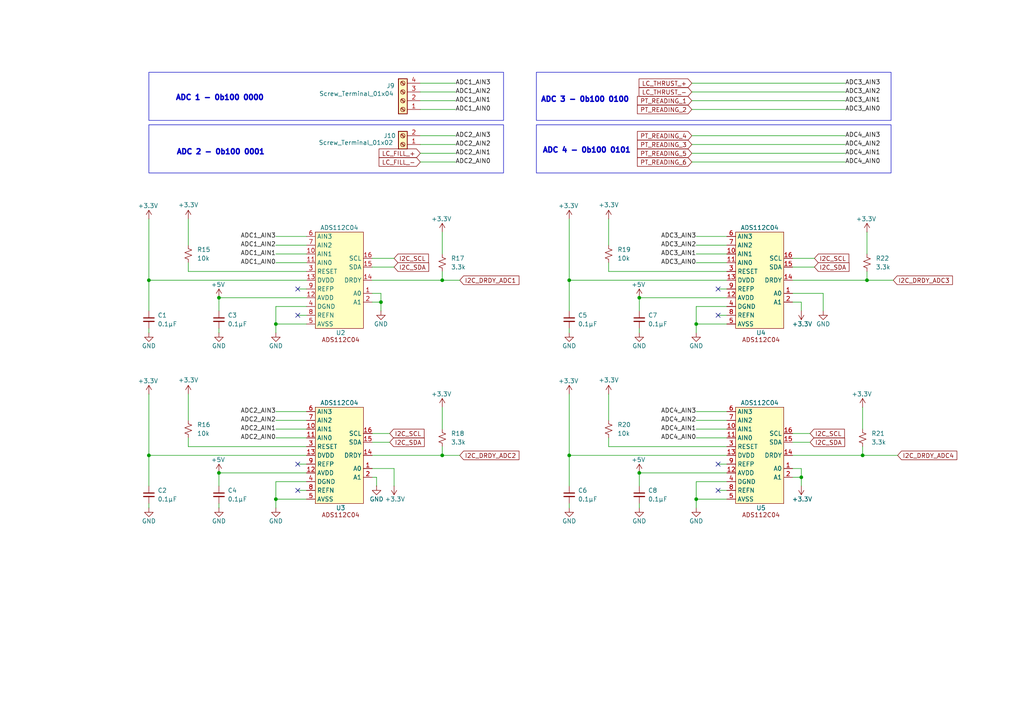
<source format=kicad_sch>
(kicad_sch (version 20250114) (generator "eeschema") (generator_version "9.0")
  (paper "A4")
  (title_block (rev "0.1.0") (company "Queen's Rocket Engineering Team"))
  (lib_symbols
    (symbol "ADS112C04_1"
      (property "Reference" "U" (at -0.762 -12.7 0))
      (symbol "ADS112C04_1_1_1"
        (rectangle (start -7.62 16.51) (end 6.35 -11.43) (fill (type background)))
        (text "ADS112C04" (at -0.254 -14.732 0) (effects (font (size 1.27 1.27))))
        (pin input line (at -10.16 15.24 0) (length 2.54) (name "AIN3") (number "6"))
        (pin input line (at -10.16 12.7 0) (length 2.54) (name "AIN2") (number "7"))
        (pin input line (at -10.16 10.16 0) (length 2.54) (name "AIN1") (number "10"))
        (pin input line (at -10.16 7.62 0) (length 2.54) (name "AIN0") (number "11"))
        (pin input line (at -10.16 5.08 0) (length 2.54) (name "RESET") (number "3"))
        (pin power_in line (at -10.16 2.54 0) (length 2.54) (name "DVDD") (number "13"))
        (pin input line (at -10.16 0 0) (length 2.54) (name "REFP") (number "9"))
        (pin power_in line (at -10.16 -2.54 0) (length 2.54) (name "AVDD") (number "12"))
        (pin power_in line (at -10.16 -5.08 0) (length 2.54) (name "DGND") (number "4"))
        (pin input line (at -10.16 -7.62 0) (length 2.54) (name "REFN") (number "8"))
        (pin power_in line (at -10.16 -10.16 0) (length 2.54) (name "AVSS") (number "5"))
        (pin input line (at 8.89 8.89 180) (length 2.54) (name "SCL") (number "16"))
        (pin bidirectional line (at 8.89 6.35 180) (length 2.54) (name "SDA") (number "15"))
        (pin output line (at 8.89 2.54 180) (length 2.54) (name "DRDY") (number "14"))
        (pin input line (at 8.89 -1.27 180) (length 2.54) (name "A0") (number "1"))
        (pin input line (at 8.89 -3.81 180) (length 2.54) (name "A1") (number "2"))
      )
    )
    (symbol "Connector:Screw_Terminal_01x02" (pin_names (offset 1.016) (hide yes))
      (property "Reference" "J" (at 0 2.54 0))
      (property "Value" "Screw_Terminal_01x02" (at 0 -5.08 0))
      (symbol "Screw_Terminal_01x02_1_1"
        (rectangle (start -1.27 1.27) (end 1.27 -3.81) (stroke (width 0.254)) (fill (type background)))
        (polyline (pts (xy -0.5334 0.3302) (xy 0.3302 -0.508)) (stroke (width 0.1524)))
        (polyline (pts (xy -0.5334 -2.2098) (xy 0.3302 -3.048)) (stroke (width 0.1524)))
        (polyline (pts (xy -0.3556 0.508) (xy 0.508 -0.3302)) (stroke (width 0.1524)))
        (polyline (pts (xy -0.3556 -2.032) (xy 0.508 -2.8702)) (stroke (width 0.1524)))
        (circle (center 0 0) (radius 0.635) (stroke (width 0.1524)))
        (circle (center 0 -2.54) (radius 0.635) (stroke (width 0.1524)))
        (pin passive line (at -5.08 0 0) (length 3.81) (name "Pin_1") (number "1"))
        (pin passive line (at -5.08 -2.54 0) (length 3.81) (name "Pin_2") (number "2"))
      )
    )
    (symbol "Connector:Screw_Terminal_01x04" (pin_names (offset 1.016) (hide yes))
      (property "Reference" "J" (at 0 5.08 0))
      (property "Value" "Screw_Terminal_01x04" (at 0 -7.62 0))
      (symbol "Screw_Terminal_01x04_1_1"
        (rectangle (start -1.27 3.81) (end 1.27 -6.35) (stroke (width 0.254)) (fill (type background)))
        (polyline (pts (xy -0.5334 2.8702) (xy 0.3302 2.032)) (stroke (width 0.1524)))
        (polyline (pts (xy -0.5334 0.3302) (xy 0.3302 -0.508)) (stroke (width 0.1524)))
        (polyline (pts (xy -0.5334 -2.2098) (xy 0.3302 -3.048)) (stroke (width 0.1524)))
        (polyline (pts (xy -0.5334 -4.7498) (xy 0.3302 -5.588)) (stroke (width 0.1524)))
        (polyline (pts (xy -0.3556 3.048) (xy 0.508 2.2098)) (stroke (width 0.1524)))
        (polyline (pts (xy -0.3556 0.508) (xy 0.508 -0.3302)) (stroke (width 0.1524)))
        (polyline (pts (xy -0.3556 -2.032) (xy 0.508 -2.8702)) (stroke (width 0.1524)))
        (polyline (pts (xy -0.3556 -4.572) (xy 0.508 -5.4102)) (stroke (width 0.1524)))
        (circle (center 0 2.54) (radius 0.635) (stroke (width 0.1524)))
        (circle (center 0 0) (radius 0.635) (stroke (width 0.1524)))
        (circle (center 0 -2.54) (radius 0.635) (stroke (width 0.1524)))
        (circle (center 0 -5.08) (radius 0.635) (stroke (width 0.1524)))
        (pin passive line (at -5.08 2.54 0) (length 3.81) (name "Pin_1") (number "1"))
        (pin passive line (at -5.08 0 0) (length 3.81) (name "Pin_2") (number "2"))
        (pin passive line (at -5.08 -2.54 0) (length 3.81) (name "Pin_3") (number "3"))
        (pin passive line (at -5.08 -5.08 0) (length 3.81) (name "Pin_4") (number "4"))
      )
    )
    (symbol "Device:C_Small" (pin_numbers (hide yes)) (pin_names (offset 0.254) (hide yes))
      (property "Reference" "C" (at 0.254 1.778 0))
      (property "Value" "C_Small" (at 0.254 -2.032 0))
      (symbol "C_Small_0_1"
        (polyline (pts (xy -1.524 0.508) (xy 1.524 0.508)) (stroke (width 0.3048)))
        (polyline (pts (xy -1.524 -0.508) (xy 1.524 -0.508)) (stroke (width 0.3302)))
      )
      (symbol "C_Small_1_1"
        (pin passive line (at 0 2.54 270) (length 2.032) (name "~") (number "1"))
        (pin passive line (at 0 -2.54 90) (length 2.032) (name "~") (number "2"))
      )
    )
    (symbol "Device:R_Small_US" (pin_numbers (hide yes)) (pin_names (offset 0.254) (hide yes))
      (property "Reference" "R" (at 0.762 0.508 0))
      (property "Value" "R_Small_US" (at 0.762 -1.016 0))
      (symbol "R_Small_US_1_1"
        (polyline (pts (xy 0 1.524) (xy 1.016 1.143) (xy 0 0.762) (xy -1.016 0.381) (xy 0 0)))
        (polyline (pts (xy 0 0) (xy 1.016 -0.381) (xy 0 -0.762) (xy -1.016 -1.143) (xy 0 -1.524)))
        (pin passive line (at 0 2.54 270) (length 1.016) (name "~") (number "1"))
        (pin passive line (at 0 -2.54 90) (length 1.016) (name "~") (number "2"))
      )
    )
    (symbol "power:+3.3V" (power) (pin_numbers (hide yes)) (pin_names (offset 0) (hide yes))
      (property "Value" "+3.3V" (at 0 3.556 0))
      (symbol "+3.3V_0_1"
        (polyline (pts (xy -0.762 1.27) (xy 0 2.54)))
        (polyline (pts (xy 0 2.54) (xy 0.762 1.27)))
        (polyline (pts (xy 0 0) (xy 0 2.54)))
      )
      (symbol "+3.3V_1_1"
        (pin power_in line (at 0 0 90) (length 0) (name "~") (number "1"))
      )
    )
    (symbol "power:GND" (power) (pin_numbers (hide yes)) (pin_names (offset 0) (hide yes))
      (property "Value" "GND" (at 0 -3.81 0))
      (symbol "GND_0_1"
        (polyline (pts (xy 0 0) (xy 0 -1.27) (xy 1.27 -1.27) (xy 0 -2.54) (xy -1.27 -1.27) (xy 0 -1.27)))
      )
      (symbol "GND_1_1"
        (pin power_in line (at 0 0 270) (length 0) (name "~") (number "1"))
      )
    )
  )
  (rectangle (start 43.18 36.195) (end 146.05 50.165))
  (rectangle (start 155.575 36.195) (end 258.445 50.165))
  (rectangle (start 155.575 20.955) (end 258.445 34.925))
  (rectangle (start 43.18 20.955) (end 146.05 34.925))
  (text "ADC 1 - 0b100 0000" (at 63.754 28.448 0) (effects (font (size 1.524 1.524) (thickness 0.4064) (bold yes))))
  (text "ADC 4 - 0b100 0101" (at 170.18 43.688 0) (effects (font (size 1.524 1.524) (thickness 0.4064) (bold yes))))
  (text "ADC 2 - 0b100 0001" (at 64.008 44.196 0) (effects (font (size 1.524 1.524) (thickness 0.4064) (bold yes))))
  (text "ADC 3 - 0b100 0100" (at 169.672 28.956 0) (effects (font (size 1.524 1.524) (thickness 0.4064) (bold yes))))
  (junction (at 110.49 87.63))
  (junction (at 232.41 138.43))
  (junction (at 185.42 137.16))
  (junction (at 165.1 81.28))
  (junction (at 43.18 81.28))
  (junction (at 80.01 144.78))
  (junction (at 201.93 144.78))
  (junction (at 128.27 81.28))
  (junction (at 251.46 81.28))
  (junction (at 43.18 132.08))
  (junction (at 185.42 86.36))
  (junction (at 250.19 132.08))
  (junction (at 63.5 137.16))
  (junction (at 80.01 93.98))
  (junction (at 165.1 132.08))
  (junction (at 128.27 132.08))
  (junction (at 201.93 93.98))
  (junction (at 63.5 86.36))
  (no_connect (at 208.28 91.44))
  (no_connect (at 208.28 83.82))
  (no_connect (at 208.28 142.24))
  (no_connect (at 86.36 142.24))
  (no_connect (at 208.28 134.62))
  (no_connect (at 86.36 134.62))
  (no_connect (at 86.36 91.44))
  (no_connect (at 86.36 83.82))
  (wire (pts (xy 229.87 135.89) (xy 232.41 135.89)))
  (wire (pts (xy 200.66 24.13) (xy 245.11 24.13)))
  (wire (pts (xy 165.1 63.5) (xy 165.1 81.28)))
  (wire (pts (xy 63.5 146.05) (xy 63.5 147.32)))
  (wire (pts (xy 132.08 39.37) (xy 121.92 39.37)))
  (wire (pts (xy 128.27 118.11) (xy 128.27 124.46)))
  (wire (pts (xy 201.93 139.7) (xy 201.93 144.78)))
  (wire (pts (xy 201.93 73.66) (xy 210.82 73.66)))
  (wire (pts (xy 54.61 129.54) (xy 88.9 129.54)))
  (wire (pts (xy 208.28 83.82) (xy 210.82 83.82)))
  (wire (pts (xy 132.08 41.91) (xy 121.92 41.91)))
  (wire (pts (xy 109.22 138.43) (xy 109.22 140.97)))
  (wire (pts (xy 165.1 132.08) (xy 210.82 132.08)))
  (wire (pts (xy 43.18 63.5) (xy 43.18 81.28)))
  (wire (pts (xy 229.87 87.63) (xy 232.41 87.63)))
  (wire (pts (xy 250.19 118.11) (xy 250.19 124.46)))
  (wire (pts (xy 107.95 77.47) (xy 114.3 77.47)))
  (wire (pts (xy 63.5 86.36) (xy 88.9 86.36)))
  (wire (pts (xy 80.01 73.66) (xy 88.9 73.66)))
  (wire (pts (xy 176.53 129.54) (xy 210.82 129.54)))
  (wire (pts (xy 200.66 39.37) (xy 245.11 39.37)))
  (wire (pts (xy 107.95 135.89) (xy 114.3 135.89)))
  (wire (pts (xy 54.61 63.5) (xy 54.61 71.12)))
  (wire (pts (xy 63.5 86.36) (xy 63.5 90.17)))
  (wire (pts (xy 250.19 132.08) (xy 229.87 132.08)))
  (wire (pts (xy 128.27 67.31) (xy 128.27 73.66)))
  (wire (pts (xy 176.53 78.74) (xy 210.82 78.74)))
  (wire (pts (xy 80.01 121.92) (xy 88.9 121.92)))
  (wire (pts (xy 165.1 81.28) (xy 165.1 90.17)))
  (wire (pts (xy 43.18 132.08) (xy 43.18 140.97)))
  (wire (pts (xy 176.53 78.74) (xy 176.53 76.2)))
  (wire (pts (xy 185.42 86.36) (xy 210.82 86.36)))
  (wire (pts (xy 201.93 71.12) (xy 210.82 71.12)))
  (wire (pts (xy 250.19 132.08) (xy 260.35 132.08)))
  (wire (pts (xy 200.66 44.45) (xy 245.11 44.45)))
  (wire (pts (xy 208.28 134.62) (xy 210.82 134.62)))
  (wire (pts (xy 238.76 85.09) (xy 238.76 90.17)))
  (wire (pts (xy 185.42 146.05) (xy 185.42 147.32)))
  (wire (pts (xy 185.42 86.36) (xy 185.42 90.17)))
  (wire (pts (xy 88.9 144.78) (xy 80.01 144.78)))
  (wire (pts (xy 128.27 129.54) (xy 128.27 132.08)))
  (wire (pts (xy 54.61 114.3) (xy 54.61 121.92)))
  (wire (pts (xy 200.66 46.99) (xy 245.11 46.99)))
  (wire (pts (xy 80.01 124.46) (xy 88.9 124.46)))
  (wire (pts (xy 43.18 95.25) (xy 43.18 96.52)))
  (wire (pts (xy 43.18 114.3) (xy 43.18 132.08)))
  (wire (pts (xy 201.93 124.46) (xy 210.82 124.46)))
  (wire (pts (xy 63.5 137.16) (xy 88.9 137.16)))
  (wire (pts (xy 201.93 119.38) (xy 210.82 119.38)))
  (wire (pts (xy 43.18 81.28) (xy 88.9 81.28)))
  (wire (pts (xy 232.41 87.63) (xy 232.41 90.17)))
  (wire (pts (xy 80.01 144.78) (xy 80.01 147.32)))
  (wire (pts (xy 201.93 68.58) (xy 210.82 68.58)))
  (wire (pts (xy 113.03 128.27) (xy 107.95 128.27)))
  (wire (pts (xy 107.95 81.28) (xy 128.27 81.28)))
  (wire (pts (xy 250.19 129.54) (xy 250.19 132.08)))
  (wire (pts (xy 107.95 125.73) (xy 113.03 125.73)))
  (wire (pts (xy 132.08 29.21) (xy 121.92 29.21)))
  (wire (pts (xy 201.93 88.9) (xy 201.93 93.98)))
  (wire (pts (xy 128.27 132.08) (xy 133.35 132.08)))
  (wire (pts (xy 107.95 85.09) (xy 110.49 85.09)))
  (wire (pts (xy 165.1 132.08) (xy 165.1 140.97)))
  (wire (pts (xy 229.87 138.43) (xy 232.41 138.43)))
  (wire (pts (xy 88.9 88.9) (xy 80.01 88.9)))
  (wire (pts (xy 86.36 134.62) (xy 88.9 134.62)))
  (wire (pts (xy 132.08 24.13) (xy 121.92 24.13)))
  (wire (pts (xy 201.93 93.98) (xy 201.93 96.52)))
  (wire (pts (xy 80.01 127) (xy 88.9 127)))
  (wire (pts (xy 132.08 44.45) (xy 121.92 44.45)))
  (wire (pts (xy 80.01 88.9) (xy 80.01 93.98)))
  (wire (pts (xy 201.93 144.78) (xy 201.93 147.32)))
  (wire (pts (xy 54.61 129.54) (xy 54.61 127)))
  (wire (pts (xy 132.08 46.99) (xy 121.92 46.99)))
  (wire (pts (xy 200.66 41.91) (xy 245.11 41.91)))
  (wire (pts (xy 200.66 29.21) (xy 245.11 29.21)))
  (wire (pts (xy 132.08 31.75) (xy 121.92 31.75)))
  (wire (pts (xy 210.82 139.7) (xy 201.93 139.7)))
  (wire (pts (xy 208.28 91.44) (xy 210.82 91.44)))
  (wire (pts (xy 128.27 132.08) (xy 107.95 132.08)))
  (wire (pts (xy 114.3 135.89) (xy 114.3 140.97)))
  (wire (pts (xy 210.82 144.78) (xy 201.93 144.78)))
  (wire (pts (xy 232.41 138.43) (xy 232.41 140.97)))
  (wire (pts (xy 80.01 68.58) (xy 88.9 68.58)))
  (wire (pts (xy 185.42 137.16) (xy 210.82 137.16)))
  (wire (pts (xy 107.95 138.43) (xy 109.22 138.43)))
  (wire (pts (xy 210.82 93.98) (xy 201.93 93.98)))
  (wire (pts (xy 165.1 146.05) (xy 165.1 147.32)))
  (wire (pts (xy 80.01 139.7) (xy 80.01 144.78)))
  (wire (pts (xy 176.53 129.54) (xy 176.53 127)))
  (wire (pts (xy 234.95 125.73) (xy 229.87 125.73)))
  (wire (pts (xy 80.01 71.12) (xy 88.9 71.12)))
  (wire (pts (xy 251.46 67.31) (xy 251.46 73.66)))
  (wire (pts (xy 88.9 139.7) (xy 80.01 139.7)))
  (wire (pts (xy 88.9 93.98) (xy 80.01 93.98)))
  (wire (pts (xy 54.61 78.74) (xy 88.9 78.74)))
  (wire (pts (xy 229.87 81.28) (xy 251.46 81.28)))
  (wire (pts (xy 251.46 81.28) (xy 259.08 81.28)))
  (wire (pts (xy 210.82 88.9) (xy 201.93 88.9)))
  (wire (pts (xy 165.1 114.3) (xy 165.1 132.08)))
  (wire (pts (xy 201.93 76.2) (xy 210.82 76.2)))
  (wire (pts (xy 234.95 128.27) (xy 229.87 128.27)))
  (wire (pts (xy 176.53 114.3) (xy 176.53 121.92)))
  (wire (pts (xy 185.42 137.16) (xy 185.42 140.97)))
  (wire (pts (xy 107.95 74.93) (xy 114.3 74.93)))
  (wire (pts (xy 43.18 132.08) (xy 88.9 132.08)))
  (wire (pts (xy 107.95 87.63) (xy 110.49 87.63)))
  (wire (pts (xy 63.5 95.25) (xy 63.5 96.52)))
  (wire (pts (xy 43.18 81.28) (xy 43.18 90.17)))
  (wire (pts (xy 128.27 78.74) (xy 128.27 81.28)))
  (wire (pts (xy 86.36 91.44) (xy 88.9 91.44)))
  (wire (pts (xy 54.61 78.74) (xy 54.61 76.2)))
  (wire (pts (xy 185.42 95.25) (xy 185.42 96.52)))
  (wire (pts (xy 201.93 127) (xy 210.82 127)))
  (wire (pts (xy 200.66 26.67) (xy 245.11 26.67)))
  (wire (pts (xy 208.28 142.24) (xy 210.82 142.24)))
  (wire (pts (xy 229.87 74.93) (xy 236.22 74.93)))
  (wire (pts (xy 110.49 85.09) (xy 110.49 87.63)))
  (wire (pts (xy 80.01 119.38) (xy 88.9 119.38)))
  (wire (pts (xy 200.66 31.75) (xy 245.11 31.75)))
  (wire (pts (xy 251.46 78.74) (xy 251.46 81.28)))
  (wire (pts (xy 165.1 81.28) (xy 210.82 81.28)))
  (wire (pts (xy 165.1 95.25) (xy 165.1 96.52)))
  (wire (pts (xy 86.36 83.82) (xy 88.9 83.82)))
  (wire (pts (xy 232.41 135.89) (xy 232.41 138.43)))
  (wire (pts (xy 80.01 93.98) (xy 80.01 96.52)))
  (wire (pts (xy 63.5 137.16) (xy 63.5 140.97)))
  (wire (pts (xy 80.01 76.2) (xy 88.9 76.2)))
  (wire (pts (xy 201.93 121.92) (xy 210.82 121.92)))
  (wire (pts (xy 229.87 77.47) (xy 236.22 77.47)))
  (wire (pts (xy 132.08 26.67) (xy 121.92 26.67)))
  (wire (pts (xy 110.49 87.63) (xy 110.49 90.17)))
  (wire (pts (xy 176.53 63.5) (xy 176.53 71.12)))
  (wire (pts (xy 128.27 81.28) (xy 133.35 81.28)))
  (wire (pts (xy 86.36 142.24) (xy 88.9 142.24)))
  (wire (pts (xy 43.18 146.05) (xy 43.18 147.32)))
  (wire (pts (xy 229.87 85.09) (xy 238.76 85.09)))
  (label "ADC1_AIN3" (at 132.08 24.13 0))
  (label "ADC1_AIN2" (at 80.01 71.12 180))
  (label "ADC4_AIN3" (at 245.11 39.37 0))
  (label "ADC3_AIN0" (at 245.11 31.75 0))
  (label "ADC1_AIN2" (at 132.08 26.67 0))
  (label "ADC3_AIN3" (at 201.93 68.58 180))
  (label "ADC2_AIN3" (at 132.08 39.37 0))
  (label "ADC2_AIN3" (at 80.01 119.38 180))
  (label "ADC1_AIN1" (at 80.01 73.66 180))
  (label "ADC3_AIN3" (at 245.11 24.13 0))
  (label "ADC1_AIN0" (at 80.01 76.2 180))
  (label "ADC2_AIN1" (at 132.08 44.45 0))
  (label "ADC2_AIN0" (at 80.01 127 180))
  (label "ADC3_AIN1" (at 201.93 73.66 180))
  (label "ADC4_AIN0" (at 201.93 127 180))
  (label "ADC4_AIN3" (at 201.93 119.38 180))
  (label "ADC4_AIN2" (at 201.93 121.92 180))
  (label "ADC3_AIN0" (at 201.93 76.2 180))
  (label "ADC1_AIN1" (at 132.08 29.21 0))
  (label "ADC4_AIN0" (at 245.11 46.99 0))
  (label "ADC4_AIN2" (at 245.11 41.91 0))
  (label "ADC1_AIN3" (at 80.01 68.58 180))
  (label "ADC3_AIN2" (at 201.93 71.12 180))
  (label "ADC2_AIN1" (at 80.01 124.46 180))
  (label "ADC3_AIN2" (at 245.11 26.67 0))
  (label "ADC2_AIN2" (at 80.01 121.92 180))
  (label "ADC1_AIN0" (at 132.08 31.75 0))
  (label "ADC2_AIN0" (at 132.08 46.99 0))
  (label "ADC3_AIN1" (at 245.11 29.21 0))
  (label "ADC2_AIN2" (at 132.08 41.91 0))
  (label "ADC4_AIN1" (at 245.11 44.45 0))
  (label "ADC4_AIN1" (at 201.93 124.46 180))
  (global_label "LC_THRUST_+" (shape input) (at 200.66 24.13 180) (property "Intersheetrefs" "${INTERSHEET_REFS}" (effects (hide yes))))
  (global_label "I2C_SCL" (shape input) (at 114.3 74.93 0) (property "Intersheetrefs" "${INTERSHEET_REFS}" (effects (hide yes))))
  (global_label "PT_READING_1" (shape input) (at 200.66 29.21 180) (property "Intersheetrefs" "${INTERSHEET_REFS}" (effects (hide yes))))
  (global_label "I2C_DRDY_ADC1" (shape input) (at 133.35 81.28 0) (property "Intersheetrefs" "${INTERSHEET_REFS}" (effects (hide yes))))
  (global_label "I2C_SCL" (shape input) (at 113.03 125.73 0) (property "Intersheetrefs" "${INTERSHEET_REFS}" (effects (hide yes))))
  (global_label "PT_READING_3" (shape input) (at 200.66 41.91 180) (property "Intersheetrefs" "${INTERSHEET_REFS}" (effects (hide yes))))
  (global_label "PT_READING_6" (shape input) (at 200.66 46.99 180) (property "Intersheetrefs" "${INTERSHEET_REFS}" (effects (hide yes))))
  (global_label "LC_THRUST_-" (shape input) (at 200.66 26.67 180) (property "Intersheetrefs" "${INTERSHEET_REFS}" (effects (hide yes))))
  (global_label "LC_FILL_-" (shape input) (at 121.92 46.99 180) (property "Intersheetrefs" "${INTERSHEET_REFS}" (effects (hide yes))))
  (global_label "PT_READING_2" (shape input) (at 200.66 31.75 180) (property "Intersheetrefs" "${INTERSHEET_REFS}" (effects (hide yes))))
  (global_label "LC_FILL_+" (shape input) (at 121.92 44.45 180) (property "Intersheetrefs" "${INTERSHEET_REFS}" (effects (hide yes))))
  (global_label "I2C_SDA" (shape input) (at 234.95 128.27 0) (property "Intersheetrefs" "${INTERSHEET_REFS}" (effects (hide yes))))
  (global_label "I2C_SDA" (shape input) (at 114.3 77.47 0) (property "Intersheetrefs" "${INTERSHEET_REFS}" (effects (hide yes))))
  (global_label "I2C_SCL" (shape input) (at 234.95 125.73 0) (property "Intersheetrefs" "${INTERSHEET_REFS}" (effects (hide yes))))
  (global_label "PT_READING_4" (shape input) (at 200.66 39.37 180) (property "Intersheetrefs" "${INTERSHEET_REFS}" (effects (hide yes))))
  (global_label "I2C_DRDY_ADC3" (shape input) (at 259.08 81.28 0) (property "Intersheetrefs" "${INTERSHEET_REFS}" (effects (hide yes))))
  (global_label "I2C_DRDY_ADC2" (shape input) (at 133.35 132.08 0) (property "Intersheetrefs" "${INTERSHEET_REFS}" (effects (hide yes))))
  (global_label "I2C_SDA" (shape input) (at 113.03 128.27 0) (property "Intersheetrefs" "${INTERSHEET_REFS}" (effects (hide yes))))
  (global_label "PT_READING_5" (shape input) (at 200.66 44.45 180) (property "Intersheetrefs" "${INTERSHEET_REFS}" (effects (hide yes))))
  (global_label "I2C_SDA" (shape input) (at 236.22 77.47 0) (property "Intersheetrefs" "${INTERSHEET_REFS}" (effects (hide yes))))
  (global_label "I2C_DRDY_ADC4" (shape input) (at 260.35 132.08 0) (property "Intersheetrefs" "${INTERSHEET_REFS}" (effects (hide yes))))
  (global_label "I2C_SCL" (shape input) (at 236.22 74.93 0) (property "Intersheetrefs" "${INTERSHEET_REFS}" (effects (hide yes))))
  (symbol (lib_id "power:GND") (at 80.01 147.32 0) (unit 1)
    (property "Reference" "#PWR036" (effects (hide yes)))
    (property "Value" "GND" (at 80.01 151.13 0))
    (property "Description" "Power symbol creates a global label with name \"GND\" , ground" (effects (hide yes)))
  )
  (symbol (lib_id "power:GND") (at 110.49 90.17 0) (unit 1)
    (property "Reference" "#PWR038" (effects (hide yes)))
    (property "Value" "GND" (at 110.49 93.98 0))
    (property "Description" "Power symbol creates a global label with name \"GND\" , ground" (effects (hide yes)))
  )
  (symbol (lib_id "Device:C_Small") (at 63.5 92.71 0) (unit 1)
    (property "Reference" "C3" (at 66.04 91.4462 0) (effects (justify left)))
    (property "Value" "0.1μF" (at 66.04 93.9862 0) (effects (justify left)))
    (property "Footprint" "Capacitor_SMD:C_0402_1005Metric" (effects (hide yes)))
    (property "Description" "Unpolarized capacitor, small symbol" (effects (hide yes)))
    (property "MPN" "CL05B104KO5NNNC" (effects (hide yes)))
    (property "LCSC" "C1525" (effects (hide yes)))
  )
  (symbol (lib_id "Device:C_Small") (at 165.1 92.71 0) (unit 1)
    (property "Reference" "C5" (at 167.64 91.4462 0) (effects (justify left)))
    (property "Value" "0.1μF" (at 167.64 93.9862 0) (effects (justify left)))
    (property "Footprint" "Capacitor_SMD:C_0402_1005Metric" (effects (hide yes)))
    (property "Description" "Unpolarized capacitor, small symbol" (effects (hide yes)))
    (property "MPN" "CL05B104KO5NNNC" (effects (hide yes)))
    (property "LCSC" "C1525" (effects (hide yes)))
  )
  (symbol (lib_id "power:GND") (at 43.18 96.52 0) (unit 1)
    (property "Reference" "#PWR026" (effects (hide yes)))
    (property "Value" "GND" (at 43.18 100.33 0))
    (property "Description" "Power symbol creates a global label with name \"GND\" , ground" (effects (hide yes)))
  )
  (symbol (lib_id "Device:C_Small") (at 43.18 92.71 0) (unit 1)
    (property "Reference" "C1" (at 45.72 91.4462 0) (effects (justify left)))
    (property "Value" "0.1μF" (at 45.72 93.9862 0) (effects (justify left)))
    (property "Footprint" "Capacitor_SMD:C_0402_1005Metric" (effects (hide yes)))
    (property "Description" "Unpolarized capacitor, small symbol" (effects (hide yes)))
    (property "MPN" "CL05B104KO5NNNC" (effects (hide yes)))
    (property "LCSC" "C1525" (effects (hide yes)))
  )
  (symbol (lib_id "power:GND") (at 201.93 96.52 0) (unit 1)
    (property "Reference" "#PWR052" (effects (hide yes)))
    (property "Value" "GND" (at 201.93 100.33 0))
    (property "Description" "Power symbol creates a global label with name \"GND\" , ground" (effects (hide yes)))
  )
  (symbol (lib_id "power:+3.3V") (at 176.53 114.3 0) (unit 1)
    (property "Reference" "#PWR047" (effects (hide yes)))
    (property "Value" "+3.3V" (at 176.53 110.236 0))
    (property "Description" "Power symbol creates a global label with name \"+3.3V\"" (effects (hide yes)))
  )
  (symbol (lib_id "power:+3.3V") (at 43.18 114.3 0) (unit 1)
    (property "Reference" "#PWR027" (effects (hide yes)))
    (property "Value" "+3.3V" (at 42.926 110.49 0))
    (property "Description" "Power symbol creates a global label with name \"+3.3V\"" (effects (hide yes)))
  )
  (symbol (lib_id "power:GND") (at 201.93 147.32 0) (unit 1)
    (property "Reference" "#PWR053" (effects (hide yes)))
    (property "Value" "GND" (at 201.93 151.13 0))
    (property "Description" "Power symbol creates a global label with name \"GND\" , ground" (effects (hide yes)))
  )
  (symbol (lib_id "power:+3.3V") (at 63.5 86.36 0) (unit 1)
    (property "Reference" "#PWR031" (effects (hide yes)))
    (property "Value" "+5V" (at 63.246 82.55 0))
    (property "Description" "Power symbol creates a global label with name \"+3.3V\"" (effects (hide yes)))
  )
  (symbol (lib_id "Device:R_Small_US") (at 54.61 73.66 0) (unit 1)
    (property "Reference" "R15" (at 57.15 72.3899 0) (effects (justify left)))
    (property "Value" "10k" (at 57.15 74.9299 0) (effects (justify left)))
    (property "Footprint" "Resistor_SMD:R_0402_1005Metric" (effects (hide yes)))
    (property "Description" "Resistor, small US symbol" (effects (hide yes)))
    (property "LCSC" "C25531" (effects (hide yes)))
    (property "MPN" "0402WGJ0103TCE" (effects (hide yes)))
  )
  (symbol (lib_id "Device:R_Small_US") (at 176.53 73.66 0) (unit 1)
    (property "Reference" "R19" (at 179.07 72.3899 0) (effects (justify left)))
    (property "Value" "10k" (at 179.07 74.9299 0) (effects (justify left)))
    (property "Footprint" "Resistor_SMD:R_0402_1005Metric" (effects (hide yes)))
    (property "Description" "Resistor, small US symbol" (effects (hide yes)))
    (property "LCSC" "C25531" (effects (hide yes)))
    (property "MPN" "0402WGJ0103TCE" (effects (hide yes)))
  )
  (symbol (lib_id "Connector:Screw_Terminal_01x02") (at 116.84 41.91 180) (unit 1)
    (property "Reference" "J10" (at 113.03 39.37 0))
    (property "Value" "Screw_Terminal_01x02" (at 114.046 40.64 0) (effects (justify left bottom)))
    (property "Footprint" "TerminalBlock:TerminalBlock_Xinya_XY308-2.54-2P_1x02_P2.54mm_Horizontal" (effects (hide yes)))
    (property "Description" "Generic screw terminal, single row, 01x02, script generated (kicad-library-utils/schlib/autogen/connector/)" (effects (hide yes)))
  )
  (symbol (lib_id "power:+3.3V") (at 185.42 86.36 0) (unit 1)
    (property "Reference" "#PWR048" (effects (hide yes)))
    (property "Value" "+5V" (at 185.166 82.55 0))
    (property "Description" "Power symbol creates a global label with name \"+3.3V\"" (effects (hide yes)))
  )
  (symbol (lib_name "ADS112C04_1") (lib_id "ADS112C04:ADS112C04") (at 99.06 134.62 0) (unit 1)
    (property "Reference" "U3" (at 98.806 147.32 0))
    (property "Value" "ADS112C04" (at 98.425 116.84 0))
    (property "Footprint" "Package_SO:TSSOP-16_4.4x5mm_P0.65mm" (effects (hide yes)))
    (property "Datasheet" "kicad-embed://ads112c04.pdf" (effects (hide yes)))
    (property "MPN" "ADS112C04IPWR" (effects (hide yes)))
    (property "LCSC" "C701615" (effects (hide yes)))
    (property "ADC Number" "2" (effects (hide yes)))
    (property "I2C Address" "100 0001" (effects (hide yes)))
  )
  (symbol (lib_id "Device:C_Small") (at 165.1 143.51 0) (unit 1)
    (property "Reference" "C6" (at 167.64 142.2462 0) (effects (justify left)))
    (property "Value" "0.1μF" (at 167.64 144.7862 0) (effects (justify left)))
    (property "Footprint" "Capacitor_SMD:C_0402_1005Metric" (effects (hide yes)))
    (property "Description" "Unpolarized capacitor, small symbol" (effects (hide yes)))
    (property "MPN" "CL05B104KO5NNNC" (effects (hide yes)))
    (property "LCSC" "C1525" (effects (hide yes)))
  )
  (symbol (lib_id "Device:C_Small") (at 63.5 143.51 0) (unit 1)
    (property "Reference" "C4" (at 66.04 142.2462 0) (effects (justify left)))
    (property "Value" "0.1μF" (at 66.04 144.7862 0) (effects (justify left)))
    (property "Footprint" "Capacitor_SMD:C_0402_1005Metric" (effects (hide yes)))
    (property "Description" "Unpolarized capacitor, small symbol" (effects (hide yes)))
    (property "MPN" "CL05B104KO5NNNC" (effects (hide yes)))
    (property "LCSC" "C1525" (effects (hide yes)))
  )
  (symbol (lib_id "power:+3.3V") (at 54.61 63.5 0) (unit 1)
    (property "Reference" "#PWR029" (effects (hide yes)))
    (property "Value" "+3.3V" (at 54.61 59.436 0))
    (property "Description" "Power symbol creates a global label with name \"+3.3V\"" (effects (hide yes)))
  )
  (symbol (lib_id "power:GND") (at 63.5 96.52 0) (unit 1)
    (property "Reference" "#PWR032" (effects (hide yes)))
    (property "Value" "GND" (at 63.5 100.33 0))
    (property "Description" "Power symbol creates a global label with name \"GND\" , ground" (effects (hide yes)))
  )
  (symbol (lib_id "Device:R_Small_US") (at 250.19 127 0) (unit 1)
    (property "Reference" "R21" (at 252.73 125.7299 0) (effects (justify left)))
    (property "Value" "3.3k" (at 252.73 128.2699 0) (effects (justify left)))
    (property "Footprint" "Resistor_SMD:R_0402_1005Metric" (effects (hide yes)))
    (property "Description" "Resistor, small US symbol" (effects (hide yes)))
    (property "MPN" "0402WGF3301TCE" (effects (hide yes)))
    (property "LCSC" "C25890" (effects (hide yes)))
  )
  (symbol (lib_id "power:GND") (at 185.42 96.52 0) (unit 1)
    (property "Reference" "#PWR049" (effects (hide yes)))
    (property "Value" "GND" (at 185.42 100.33 0))
    (property "Description" "Power symbol creates a global label with name \"GND\" , ground" (effects (hide yes)))
  )
  (symbol (lib_id "power:+3.3V") (at 251.46 67.31 0) (unit 1)
    (property "Reference" "#PWR058" (effects (hide yes)))
    (property "Value" "+3.3V" (at 251.206 63.5 0))
    (property "Description" "Power symbol creates a global label with name \"+3.3V\"" (effects (hide yes)))
  )
  (symbol (lib_id "power:GND") (at 185.42 147.32 0) (unit 1)
    (property "Reference" "#PWR051" (effects (hide yes)))
    (property "Value" "GND" (at 185.42 151.13 0))
    (property "Description" "Power symbol creates a global label with name \"GND\" , ground" (effects (hide yes)))
  )
  (symbol (lib_id "power:+3.3V") (at 176.53 63.5 0) (unit 1)
    (property "Reference" "#PWR046" (effects (hide yes)))
    (property "Value" "+3.3V" (at 176.53 59.436 0))
    (property "Description" "Power symbol creates a global label with name \"+3.3V\"" (effects (hide yes)))
  )
  (symbol (lib_id "Device:C_Small") (at 185.42 143.51 0) (unit 1)
    (property "Reference" "C8" (at 187.96 142.2462 0) (effects (justify left)))
    (property "Value" "0.1μF" (at 187.96 144.7862 0) (effects (justify left)))
    (property "Footprint" "Capacitor_SMD:C_0402_1005Metric" (effects (hide yes)))
    (property "Description" "Unpolarized capacitor, small symbol" (effects (hide yes)))
    (property "MPN" "CL05B104KO5NNNC" (effects (hide yes)))
    (property "LCSC" "C1525" (effects (hide yes)))
  )
  (symbol (lib_name "ADS112C04_1") (lib_id "ADS112C04:ADS112C04") (at 99.06 83.82 0) (unit 1)
    (property "Reference" "U2" (at 98.806 96.52 0))
    (property "Value" "ADS112C04" (at 98.425 66.04 0))
    (property "Footprint" "Package_SO:TSSOP-16_4.4x5mm_P0.65mm" (effects (hide yes)))
    (property "Datasheet" "kicad-embed://ads112c04.pdf" (effects (hide yes)))
    (property "ADC Number" "1" (effects (hide yes)))
    (property "I2C Address" "100 0000" (effects (hide yes)))
    (property "MPN" "ADS112C04IPWR" (effects (hide yes)))
    (property "LCSC" "C701615" (effects (hide yes)))
  )
  (symbol (lib_id "power:+3.3V") (at 232.41 140.97 180) (unit 1)
    (property "Reference" "#PWR055" (effects (hide yes)))
    (property "Value" "+3.3V" (at 232.664 144.78 0))
    (property "Description" "Power symbol creates a global label with name \"+3.3V\"" (effects (hide yes)))
  )
  (symbol (lib_id "power:GND") (at 43.18 147.32 0) (unit 1)
    (property "Reference" "#PWR028" (effects (hide yes)))
    (property "Value" "GND" (at 43.18 151.13 0))
    (property "Description" "Power symbol creates a global label with name \"GND\" , ground" (effects (hide yes)))
  )
  (symbol (lib_name "ADS112C04_1") (lib_id "ADS112C04:ADS112C04") (at 220.98 83.82 0) (unit 1)
    (property "Reference" "U4" (at 220.726 96.52 0))
    (property "Value" "ADS112C04" (at 220.345 66.04 0))
    (property "Footprint" "Package_SO:TSSOP-16_4.4x5mm_P0.65mm" (effects (hide yes)))
    (property "Datasheet" "kicad-embed://ads112c04.pdf" (effects (hide yes)))
    (property "ADC Number" "3" (effects (hide yes)))
    (property "I2C Address" "100 0100" (effects (hide yes)))
    (property "LCSC" "C701615" (effects (hide yes)))
    (property "MPN" "ADS112C04IPWR" (effects (hide yes)))
  )
  (symbol (lib_id "power:+3.3V") (at 43.18 63.5 0) (unit 1)
    (property "Reference" "#PWR025" (effects (hide yes)))
    (property "Value" "+3.3V" (at 42.926 59.69 0))
    (property "Description" "Power symbol creates a global label with name \"+3.3V\"" (effects (hide yes)))
  )
  (symbol (lib_id "power:+3.3V") (at 128.27 67.31 0) (unit 1)
    (property "Reference" "#PWR040" (effects (hide yes)))
    (property "Value" "+3.3V" (at 128.016 63.5 0))
    (property "Description" "Power symbol creates a global label with name \"+3.3V\"" (effects (hide yes)))
  )
  (symbol (lib_id "power:GND") (at 165.1 147.32 0) (unit 1)
    (property "Reference" "#PWR045" (effects (hide yes)))
    (property "Value" "GND" (at 165.1 151.13 0))
    (property "Description" "Power symbol creates a global label with name \"GND\" , ground" (effects (hide yes)))
  )
  (symbol (lib_id "power:+3.3V") (at 128.27 118.11 0) (unit 1)
    (property "Reference" "#PWR041" (effects (hide yes)))
    (property "Value" "+3.3V" (at 128.016 114.3 0))
    (property "Description" "Power symbol creates a global label with name \"+3.3V\"" (effects (hide yes)))
  )
  (symbol (lib_id "Device:C_Small") (at 43.18 143.51 0) (unit 1)
    (property "Reference" "C2" (at 45.72 142.2462 0) (effects (justify left)))
    (property "Value" "0.1μF" (at 45.72 144.7862 0) (effects (justify left)))
    (property "Footprint" "Capacitor_SMD:C_0402_1005Metric" (effects (hide yes)))
    (property "Description" "Unpolarized capacitor, small symbol" (effects (hide yes)))
    (property "MPN" "CL05B104KO5NNNC" (effects (hide yes)))
    (property "LCSC" "C1525" (effects (hide yes)))
  )
  (symbol (lib_id "power:+3.3V") (at 54.61 114.3 0) (unit 1)
    (property "Reference" "#PWR030" (effects (hide yes)))
    (property "Value" "+3.3V" (at 54.61 110.236 0))
    (property "Description" "Power symbol creates a global label with name \"+3.3V\"" (effects (hide yes)))
  )
  (symbol (lib_id "power:+3.3V") (at 165.1 114.3 0) (unit 1)
    (property "Reference" "#PWR044" (effects (hide yes)))
    (property "Value" "+3.3V" (at 164.846 110.49 0))
    (property "Description" "Power symbol creates a global label with name \"+3.3V\"" (effects (hide yes)))
  )
  (symbol (lib_id "power:GND") (at 80.01 96.52 0) (unit 1)
    (property "Reference" "#PWR035" (effects (hide yes)))
    (property "Value" "GND" (at 80.01 100.33 0))
    (property "Description" "Power symbol creates a global label with name \"GND\" , ground" (effects (hide yes)))
  )
  (symbol (lib_id "power:GND") (at 165.1 96.52 0) (unit 1)
    (property "Reference" "#PWR043" (effects (hide yes)))
    (property "Value" "GND" (at 165.1 100.33 0))
    (property "Description" "Power symbol creates a global label with name \"GND\" , ground" (effects (hide yes)))
  )
  (symbol (lib_id "Connector:Screw_Terminal_01x04") (at 116.84 29.21 180) (unit 1)
    (property "Reference" "J9" (at 113.284 24.892 0))
    (property "Value" "Screw_Terminal_01x04" (at 103.378 27.178 0))
    (property "Footprint" "TerminalBlock:TerminalBlock_Xinya_XY308-2.54-4P_1x04_P2.54mm_Horizontal" (effects (hide yes)))
    (property "Description" "Generic screw terminal, single row, 01x04, script generated (kicad-library-utils/schlib/autogen/connector/)" (effects (hide yes)))
    (property "Digikey PN" "ED10563-ND" (effects (hide yes)))
  )
  (symbol (lib_id "Device:R_Small_US") (at 176.53 124.46 0) (unit 1)
    (property "Reference" "R20" (at 179.07 123.1899 0) (effects (justify left)))
    (property "Value" "10k" (at 179.07 125.7299 0) (effects (justify left)))
    (property "Footprint" "Resistor_SMD:R_0402_1005Metric" (effects (hide yes)))
    (property "Description" "Resistor, small US symbol" (effects (hide yes)))
    (property "LCSC" "C25531" (effects (hide yes)))
    (property "MPN" "0402WGJ0103TCE" (effects (hide yes)))
  )
  (symbol (lib_id "Device:C_Small") (at 185.42 92.71 0) (unit 1)
    (property "Reference" "C7" (at 187.96 91.4462 0) (effects (justify left)))
    (property "Value" "0.1μF" (at 187.96 93.9862 0) (effects (justify left)))
    (property "Footprint" "Capacitor_SMD:C_0402_1005Metric" (effects (hide yes)))
    (property "Description" "Unpolarized capacitor, small symbol" (effects (hide yes)))
    (property "MPN" "CL05B104KO5NNNC" (effects (hide yes)))
    (property "LCSC" "C1525" (effects (hide yes)))
  )
  (symbol (lib_id "power:+3.3V") (at 165.1 63.5 0) (unit 1)
    (property "Reference" "#PWR042" (effects (hide yes)))
    (property "Value" "+3.3V" (at 164.846 59.69 0))
    (property "Description" "Power symbol creates a global label with name \"+3.3V\"" (effects (hide yes)))
  )
  (symbol (lib_id "power:+3.3V") (at 250.19 118.11 0) (unit 1)
    (property "Reference" "#PWR057" (effects (hide yes)))
    (property "Value" "+3.3V" (at 249.936 114.3 0))
    (property "Description" "Power symbol creates a global label with name \"+3.3V\"" (effects (hide yes)))
  )
  (symbol (lib_id "power:GND") (at 63.5 147.32 0) (unit 1)
    (property "Reference" "#PWR034" (effects (hide yes)))
    (property "Value" "GND" (at 63.5 151.13 0))
    (property "Description" "Power symbol creates a global label with name \"GND\" , ground" (effects (hide yes)))
  )
  (symbol (lib_id "power:+3.3V") (at 114.3 140.97 180) (unit 1)
    (property "Reference" "#PWR039" (effects (hide yes)))
    (property "Value" "+3.3V" (at 114.554 144.78 0))
    (property "Description" "Power symbol creates a global label with name \"+3.3V\"" (effects (hide yes)))
  )
  (symbol (lib_id "power:GND") (at 109.22 140.97 0) (unit 1)
    (property "Reference" "#PWR037" (effects (hide yes)))
    (property "Value" "GND" (at 109.22 144.78 0))
    (property "Description" "Power symbol creates a global label with name \"GND\" , ground" (effects (hide yes)))
  )
  (symbol (lib_id "power:GND") (at 238.76 90.17 0) (unit 1)
    (property "Reference" "#PWR056" (effects (hide yes)))
    (property "Value" "GND" (at 238.76 93.98 0))
    (property "Description" "Power symbol creates a global label with name \"GND\" , ground" (effects (hide yes)))
  )
  (symbol (lib_id "Device:R_Small_US") (at 251.46 76.2 0) (unit 1)
    (property "Reference" "R22" (at 254 74.9299 0) (effects (justify left)))
    (property "Value" "3.3k" (at 254 77.4699 0) (effects (justify left)))
    (property "Footprint" "Resistor_SMD:R_0402_1005Metric" (effects (hide yes)))
    (property "Description" "Resistor, small US symbol" (effects (hide yes)))
    (property "MPN" "0402WGF3301TCE" (effects (hide yes)))
    (property "LCSC" "C25890" (effects (hide yes)))
  )
  (symbol (lib_name "ADS112C04_1") (lib_id "ADS112C04:ADS112C04") (at 220.98 134.62 0) (unit 1)
    (property "Reference" "U5" (at 220.726 147.32 0))
    (property "Value" "ADS112C04" (at 220.345 116.84 0))
    (property "Footprint" "Package_SO:TSSOP-16_4.4x5mm_P0.65mm" (effects (hide yes)))
    (property "Datasheet" "kicad-embed://ads112c04.pdf" (effects (hide yes)))
    (property "ADC Number" "4" (effects (hide yes)))
    (property "I2C Address" "100 0101" (effects (hide yes)))
    (property "MPN" "ADS112C04IPWR" (effects (hide yes)))
    (property "LCSC" "C701615" (effects (hide yes)))
  )
  (symbol (lib_id "Device:R_Small_US") (at 54.61 124.46 0) (unit 1)
    (property "Reference" "R16" (at 57.15 123.1899 0) (effects (justify left)))
    (property "Value" "10k" (at 57.15 125.7299 0) (effects (justify left)))
    (property "Footprint" "Resistor_SMD:R_0402_1005Metric" (effects (hide yes)))
    (property "Description" "Resistor, small US symbol" (effects (hide yes)))
    (property "LCSC" "C25531" (effects (hide yes)))
    (property "MPN" "0402WGJ0103TCE" (effects (hide yes)))
  )
  (symbol (lib_id "Device:R_Small_US") (at 128.27 76.2 0) (unit 1)
    (property "Reference" "R17" (at 130.81 74.9299 0) (effects (justify left)))
    (property "Value" "3.3k" (at 130.81 77.4699 0) (effects (justify left)))
    (property "Footprint" "Resistor_SMD:R_0402_1005Metric" (effects (hide yes)))
    (property "Description" "Resistor, small US symbol" (effects (hide yes)))
    (property "MPN" "0402WGF3301TCE" (effects (hide yes)))
    (property "LCSC" "C25890" (effects (hide yes)))
  )
  (symbol (lib_id "Device:R_Small_US") (at 128.27 127 0) (unit 1)
    (property "Reference" "R18" (at 130.81 125.7299 0) (effects (justify left)))
    (property "Value" "3.3k" (at 130.81 128.2699 0) (effects (justify left)))
    (property "Footprint" "Resistor_SMD:R_0402_1005Metric" (effects (hide yes)))
    (property "Description" "Resistor, small US symbol" (effects (hide yes)))
    (property "MPN" "0402WGF3301TCE" (effects (hide yes)))
    (property "LCSC" "C25890" (effects (hide yes)))
  )
  (symbol (lib_id "power:+3.3V") (at 232.41 90.17 180) (unit 1)
    (property "Reference" "#PWR054" (effects (hide yes)))
    (property "Value" "+3.3V" (at 232.664 93.98 0))
    (property "Description" "Power symbol creates a global label with name \"+3.3V\"" (effects (hide yes)))
  )
  (symbol (lib_id "power:+3.3V") (at 63.5 137.16 0) (unit 1)
    (property "Reference" "#PWR033" (effects (hide yes)))
    (property "Value" "+5V" (at 63.246 133.35 0))
    (property "Description" "Power symbol creates a global label with name \"+3.3V\"" (effects (hide yes)))
  )
  (symbol (lib_id "power:+3.3V") (at 185.42 137.16 0) (unit 1)
    (property "Reference" "#PWR050" (effects (hide yes)))
    (property "Value" "+5V" (at 185.166 133.35 0))
    (property "Description" "Power symbol creates a global label with name \"+3.3V\"" (effects (hide yes)))
  )
)
</source>
